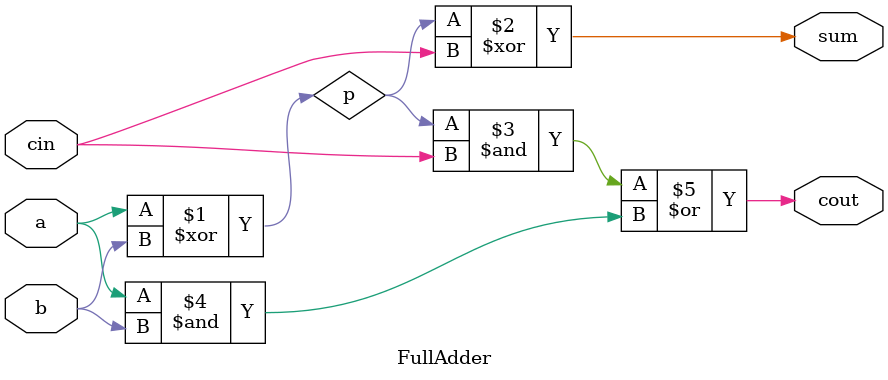
<source format=v>

module FullAdder ( input a, input b, input cin, output sum, output cout );
wire p;
assign p = a ^ b;
assign sum = p ^ cin;
assign cout = (p & cin) | (a & b);        
endmodule
</source>
